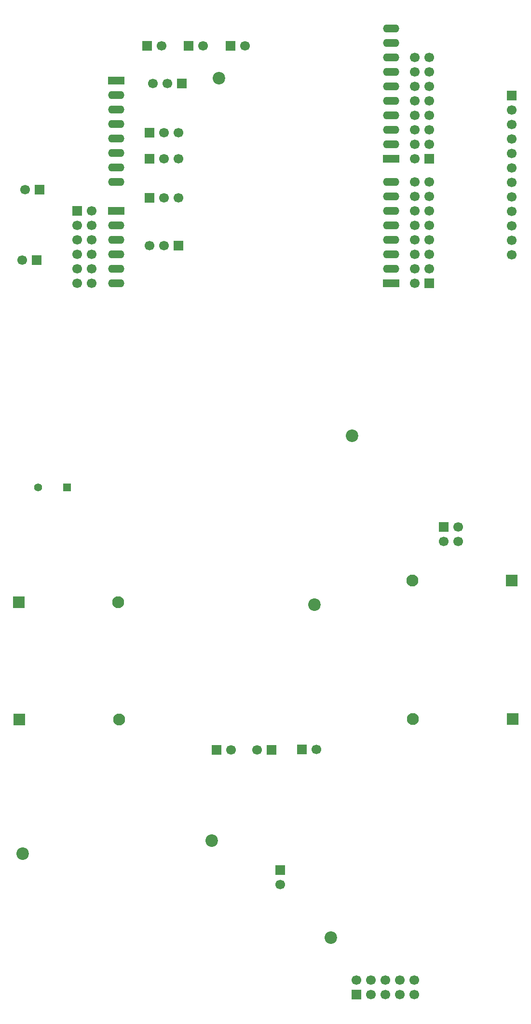
<source format=gbs>
G04*
G04 #@! TF.GenerationSoftware,Altium Limited,Altium Designer,21.2.1 (34)*
G04*
G04 Layer_Color=16711935*
%FSLAX25Y25*%
%MOIN*%
G70*
G04*
G04 #@! TF.SameCoordinates,E3247584-B976-4F33-B0A2-C8B4A793FEE3*
G04*
G04*
G04 #@! TF.FilePolarity,Negative*
G04*
G01*
G75*
%ADD74C,0.08661*%
%ADD75R,0.08268X0.08268*%
%ADD76C,0.08268*%
%ADD77C,0.06693*%
%ADD78R,0.06693X0.06693*%
%ADD79R,0.06693X0.06693*%
%ADD80R,0.05512X0.05512*%
%ADD81C,0.05512*%
%ADD82R,0.11201X0.05598*%
%ADD83O,0.11201X0.05598*%
%ADD94C,0.00394*%
D74*
X9500Y113500D02*
D03*
X222500Y55500D02*
D03*
X237000Y402000D02*
D03*
X140000Y122500D02*
D03*
X211000Y285500D02*
D03*
X145000Y649000D02*
D03*
D75*
X6551Y287000D02*
D03*
X347949Y206500D02*
D03*
X347449Y302000D02*
D03*
X7102Y206000D02*
D03*
D76*
X75449Y287000D02*
D03*
X279051Y206500D02*
D03*
X278551Y302000D02*
D03*
X76000Y206000D02*
D03*
D77*
X280500Y577500D02*
D03*
Y567500D02*
D03*
X290500Y577500D02*
D03*
Y567500D02*
D03*
X280500Y537500D02*
D03*
X290500D02*
D03*
X280500Y527500D02*
D03*
X290500D02*
D03*
X280500Y507500D02*
D03*
X290500Y517500D02*
D03*
X280500D02*
D03*
X290500Y547500D02*
D03*
X280500D02*
D03*
X290500Y557500D02*
D03*
X280500D02*
D03*
X56842Y527500D02*
D03*
X46843D02*
D03*
X56842Y537500D02*
D03*
X46843D02*
D03*
X56842Y557500D02*
D03*
X46843Y547500D02*
D03*
X56842D02*
D03*
X46843Y517500D02*
D03*
Y507500D02*
D03*
X56842Y517500D02*
D03*
Y507500D02*
D03*
X347500Y527000D02*
D03*
Y537000D02*
D03*
Y547000D02*
D03*
Y567000D02*
D03*
Y577000D02*
D03*
Y597000D02*
D03*
Y617000D02*
D03*
Y627000D02*
D03*
Y607000D02*
D03*
Y587000D02*
D03*
Y557000D02*
D03*
X310500Y339024D02*
D03*
Y329024D02*
D03*
X300500D02*
D03*
X106976Y566500D02*
D03*
X116976D02*
D03*
X153500Y185000D02*
D03*
X239843Y25968D02*
D03*
X249843Y15968D02*
D03*
Y25968D02*
D03*
X259842Y15968D02*
D03*
Y25968D02*
D03*
X269843Y15968D02*
D03*
X279842D02*
D03*
X269843Y25968D02*
D03*
X279842D02*
D03*
X97000Y533500D02*
D03*
X107000D02*
D03*
X105476Y671500D02*
D03*
X133976D02*
D03*
X162976D02*
D03*
X280500Y663500D02*
D03*
Y653500D02*
D03*
X290500Y663500D02*
D03*
Y653500D02*
D03*
X280500Y623500D02*
D03*
X290500D02*
D03*
X280500Y613500D02*
D03*
X290500D02*
D03*
X280500Y593500D02*
D03*
X290500Y603500D02*
D03*
X280500D02*
D03*
X290500Y633500D02*
D03*
X280500D02*
D03*
X290500Y643500D02*
D03*
X280500D02*
D03*
X109476Y645500D02*
D03*
X99476D02*
D03*
X106976Y611500D02*
D03*
X116976D02*
D03*
X106976Y593500D02*
D03*
X116976D02*
D03*
X11000Y572000D02*
D03*
X9000Y523524D02*
D03*
X187500Y92000D02*
D03*
X212300Y185500D02*
D03*
X171500Y185000D02*
D03*
D78*
X290500Y507500D02*
D03*
X46843Y557500D02*
D03*
X96976Y566500D02*
D03*
X143500Y185000D02*
D03*
X117000Y533500D02*
D03*
X95476Y671500D02*
D03*
X123976D02*
D03*
X152976D02*
D03*
X290500Y593500D02*
D03*
X119476Y645500D02*
D03*
X96976Y611500D02*
D03*
Y593500D02*
D03*
X21000Y572000D02*
D03*
X19000Y523524D02*
D03*
X202300Y185500D02*
D03*
X181500Y185000D02*
D03*
D79*
X347500Y637000D02*
D03*
X300500Y339024D02*
D03*
X239843Y15968D02*
D03*
X187500Y102000D02*
D03*
D80*
X39843Y366500D02*
D03*
D81*
X20157D02*
D03*
D82*
X73842Y557500D02*
D03*
X263843Y593500D02*
D03*
Y507500D02*
D03*
X73842Y647500D02*
D03*
D83*
X263843Y683500D02*
D03*
Y673500D02*
D03*
Y663500D02*
D03*
Y653500D02*
D03*
Y643500D02*
D03*
Y633500D02*
D03*
Y623500D02*
D03*
Y613500D02*
D03*
Y603500D02*
D03*
Y577500D02*
D03*
Y567500D02*
D03*
Y557500D02*
D03*
Y547500D02*
D03*
Y537500D02*
D03*
Y527500D02*
D03*
Y517500D02*
D03*
X73842Y507500D02*
D03*
Y517500D02*
D03*
Y527500D02*
D03*
Y537500D02*
D03*
Y547500D02*
D03*
Y637500D02*
D03*
Y617500D02*
D03*
Y607500D02*
D03*
Y627500D02*
D03*
Y597500D02*
D03*
Y587500D02*
D03*
Y577500D02*
D03*
D94*
X88000Y447536D02*
D03*
Y449465D02*
D03*
X117000Y441964D02*
D03*
Y440035D02*
D03*
M02*

</source>
